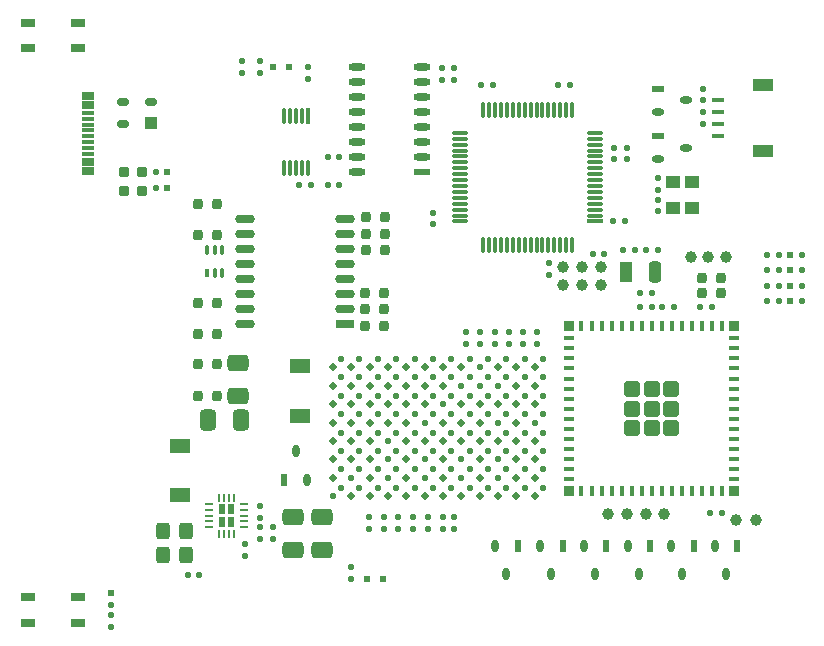
<source format=gtp>
G04*
G04 #@! TF.GenerationSoftware,Altium Limited,Altium Designer,23.3.1 (30)*
G04*
G04 Layer_Color=8421504*
%FSLAX44Y44*%
%MOMM*%
G71*
G04*
G04 #@! TF.SameCoordinates,251BAFB9-E827-4C36-8F0F-43BA4AAE9409*
G04*
G04*
G04 #@! TF.FilePolarity,Positive*
G04*
G01*
G75*
%ADD21R,0.6000X0.9000*%
%ADD22R,0.2000X0.7000*%
%ADD23R,0.5000X0.5000*%
G04:AMPARAMS|DCode=24|XSize=0.5mm|YSize=0.5mm|CornerRadius=0.125mm|HoleSize=0mm|Usage=FLASHONLY|Rotation=270.000|XOffset=0mm|YOffset=0mm|HoleType=Round|Shape=RoundedRectangle|*
%AMROUNDEDRECTD24*
21,1,0.5000,0.2500,0,0,270.0*
21,1,0.2500,0.5000,0,0,270.0*
1,1,0.2500,-0.1250,-0.1250*
1,1,0.2500,-0.1250,0.1250*
1,1,0.2500,0.1250,0.1250*
1,1,0.2500,0.1250,-0.1250*
%
%ADD24ROUNDEDRECTD24*%
%ADD25C,1.0000*%
G04:AMPARAMS|DCode=26|XSize=1.2mm|YSize=0.65mm|CornerRadius=0.0325mm|HoleSize=0mm|Usage=FLASHONLY|Rotation=180.000|XOffset=0mm|YOffset=0mm|HoleType=Round|Shape=RoundedRectangle|*
%AMROUNDEDRECTD26*
21,1,1.2000,0.5850,0,0,180.0*
21,1,1.1350,0.6500,0,0,180.0*
1,1,0.0650,-0.5675,0.2925*
1,1,0.0650,0.5675,0.2925*
1,1,0.0650,0.5675,-0.2925*
1,1,0.0650,-0.5675,-0.2925*
%
%ADD26ROUNDEDRECTD26*%
G04:AMPARAMS|DCode=27|XSize=0.4mm|YSize=0.85mm|CornerRadius=0.08mm|HoleSize=0mm|Usage=FLASHONLY|Rotation=0.000|XOffset=0mm|YOffset=0mm|HoleType=Round|Shape=RoundedRectangle|*
%AMROUNDEDRECTD27*
21,1,0.4000,0.6900,0,0,0.0*
21,1,0.2400,0.8500,0,0,0.0*
1,1,0.1600,0.1200,-0.3450*
1,1,0.1600,-0.1200,-0.3450*
1,1,0.1600,-0.1200,0.3450*
1,1,0.1600,0.1200,0.3450*
%
%ADD27ROUNDEDRECTD27*%
G04:AMPARAMS|DCode=28|XSize=0.5mm|YSize=0.5mm|CornerRadius=0.125mm|HoleSize=0mm|Usage=FLASHONLY|Rotation=0.000|XOffset=0mm|YOffset=0mm|HoleType=Round|Shape=RoundedRectangle|*
%AMROUNDEDRECTD28*
21,1,0.5000,0.2500,0,0,0.0*
21,1,0.2500,0.5000,0,0,0.0*
1,1,0.2500,0.1250,-0.1250*
1,1,0.2500,-0.1250,-0.1250*
1,1,0.2500,-0.1250,0.1250*
1,1,0.2500,0.1250,0.1250*
%
%ADD28ROUNDEDRECTD28*%
%ADD29O,1.4500X0.6000*%
G04:AMPARAMS|DCode=30|XSize=0.8mm|YSize=0.9mm|CornerRadius=0.2mm|HoleSize=0mm|Usage=FLASHONLY|Rotation=90.000|XOffset=0mm|YOffset=0mm|HoleType=Round|Shape=RoundedRectangle|*
%AMROUNDEDRECTD30*
21,1,0.8000,0.5000,0,0,90.0*
21,1,0.4000,0.9000,0,0,90.0*
1,1,0.4000,0.2500,0.2000*
1,1,0.4000,0.2500,-0.2000*
1,1,0.4000,-0.2500,-0.2000*
1,1,0.4000,-0.2500,0.2000*
%
%ADD30ROUNDEDRECTD30*%
G04:AMPARAMS|DCode=31|XSize=0.8mm|YSize=0.9mm|CornerRadius=0.2mm|HoleSize=0mm|Usage=FLASHONLY|Rotation=0.000|XOffset=0mm|YOffset=0mm|HoleType=Round|Shape=RoundedRectangle|*
%AMROUNDEDRECTD31*
21,1,0.8000,0.5000,0,0,0.0*
21,1,0.4000,0.9000,0,0,0.0*
1,1,0.4000,0.2000,-0.2500*
1,1,0.4000,-0.2000,-0.2500*
1,1,0.4000,-0.2000,0.2500*
1,1,0.4000,0.2000,0.2500*
%
%ADD31ROUNDEDRECTD31*%
G04:AMPARAMS|DCode=32|XSize=0.6mm|YSize=1.08mm|CornerRadius=0.06mm|HoleSize=0mm|Usage=FLASHONLY|Rotation=270.000|XOffset=0mm|YOffset=0mm|HoleType=Round|Shape=RoundedRectangle|*
%AMROUNDEDRECTD32*
21,1,0.6000,0.9600,0,0,270.0*
21,1,0.4800,1.0800,0,0,270.0*
1,1,0.1200,-0.4800,-0.2400*
1,1,0.1200,-0.4800,0.2400*
1,1,0.1200,0.4800,0.2400*
1,1,0.1200,0.4800,-0.2400*
%
%ADD32ROUNDEDRECTD32*%
G04:AMPARAMS|DCode=33|XSize=0.3mm|YSize=1.08mm|CornerRadius=0.03mm|HoleSize=0mm|Usage=FLASHONLY|Rotation=90.000|XOffset=0mm|YOffset=0mm|HoleType=Round|Shape=RoundedRectangle|*
%AMROUNDEDRECTD33*
21,1,0.3000,1.0200,0,0,90.0*
21,1,0.2400,1.0800,0,0,90.0*
1,1,0.0600,0.5100,0.1200*
1,1,0.0600,0.5100,-0.1200*
1,1,0.0600,-0.5100,-0.1200*
1,1,0.0600,-0.5100,0.1200*
%
%ADD33ROUNDEDRECTD33*%
G04:AMPARAMS|DCode=34|XSize=1.4mm|YSize=1.8mm|CornerRadius=0.35mm|HoleSize=0mm|Usage=FLASHONLY|Rotation=90.000|XOffset=0mm|YOffset=0mm|HoleType=Round|Shape=RoundedRectangle|*
%AMROUNDEDRECTD34*
21,1,1.4000,1.1000,0,0,90.0*
21,1,0.7000,1.8000,0,0,90.0*
1,1,0.7000,0.5500,0.3500*
1,1,0.7000,0.5500,-0.3500*
1,1,0.7000,-0.5500,-0.3500*
1,1,0.7000,-0.5500,0.3500*
%
%ADD34ROUNDEDRECTD34*%
G04:AMPARAMS|DCode=35|XSize=0.5mm|YSize=0.5mm|CornerRadius=0.125mm|HoleSize=0mm|Usage=FLASHONLY|Rotation=45.000|XOffset=0mm|YOffset=0mm|HoleType=Round|Shape=RoundedRectangle|*
%AMROUNDEDRECTD35*
21,1,0.5000,0.2500,0,0,45.0*
21,1,0.2500,0.5000,0,0,45.0*
1,1,0.2500,0.1768,0.0000*
1,1,0.2500,0.0000,-0.1768*
1,1,0.2500,-0.1768,0.0000*
1,1,0.2500,0.0000,0.1768*
%
%ADD35ROUNDEDRECTD35*%
%ADD36P,0.7071X4X90.0*%
%ADD37O,0.6000X1.1000*%
%ADD38R,0.6000X1.1000*%
%ADD39R,0.3000X1.4500*%
%ADD40O,0.3000X1.4500*%
G04:AMPARAMS|DCode=41|XSize=1.4mm|YSize=1.8mm|CornerRadius=0.35mm|HoleSize=0mm|Usage=FLASHONLY|Rotation=180.000|XOffset=0mm|YOffset=0mm|HoleType=Round|Shape=RoundedRectangle|*
%AMROUNDEDRECTD41*
21,1,1.4000,1.1000,0,0,180.0*
21,1,0.7000,1.8000,0,0,180.0*
1,1,0.7000,-0.3500,0.5500*
1,1,0.7000,0.3500,0.5500*
1,1,0.7000,0.3500,-0.5500*
1,1,0.7000,-0.3500,-0.5500*
%
%ADD41ROUNDEDRECTD41*%
%ADD42R,0.5000X0.6000*%
%ADD43R,0.5000X0.5000*%
%ADD44R,1.7600X1.3000*%
%ADD45O,1.6500X0.7600*%
%ADD46R,1.6500X0.7600*%
%ADD47O,0.4000X0.8000*%
%ADD48R,0.4000X0.8000*%
%ADD49R,1.4500X0.6000*%
G04:AMPARAMS|DCode=50|XSize=0.9mm|YSize=0.8mm|CornerRadius=0.2mm|HoleSize=0mm|Usage=FLASHONLY|Rotation=90.000|XOffset=0mm|YOffset=0mm|HoleType=Round|Shape=RoundedRectangle|*
%AMROUNDEDRECTD50*
21,1,0.9000,0.4000,0,0,90.0*
21,1,0.5000,0.8000,0,0,90.0*
1,1,0.4000,0.2000,0.2500*
1,1,0.4000,0.2000,-0.2500*
1,1,0.4000,-0.2000,-0.2500*
1,1,0.4000,-0.2000,0.2500*
%
%ADD50ROUNDEDRECTD50*%
G04:AMPARAMS|DCode=51|XSize=1.3mm|YSize=1.3mm|CornerRadius=0.13mm|HoleSize=0mm|Usage=FLASHONLY|Rotation=180.000|XOffset=0mm|YOffset=0mm|HoleType=Round|Shape=RoundedRectangle|*
%AMROUNDEDRECTD51*
21,1,1.3000,1.0400,0,0,180.0*
21,1,1.0400,1.3000,0,0,180.0*
1,1,0.2600,-0.5200,0.5200*
1,1,0.2600,0.5200,0.5200*
1,1,0.2600,0.5200,-0.5200*
1,1,0.2600,-0.5200,-0.5200*
%
%ADD51ROUNDEDRECTD51*%
%ADD52R,0.4000X0.8500*%
%ADD53R,0.8500X0.8500*%
G04:AMPARAMS|DCode=54|XSize=0.4mm|YSize=0.85mm|CornerRadius=0.08mm|HoleSize=0mm|Usage=FLASHONLY|Rotation=90.000|XOffset=0mm|YOffset=0mm|HoleType=Round|Shape=RoundedRectangle|*
%AMROUNDEDRECTD54*
21,1,0.4000,0.6900,0,0,90.0*
21,1,0.2400,0.8500,0,0,90.0*
1,1,0.1600,0.3450,0.1200*
1,1,0.1600,0.3450,-0.1200*
1,1,0.1600,-0.3450,-0.1200*
1,1,0.1600,-0.3450,0.1200*
%
%ADD54ROUNDEDRECTD54*%
G04:AMPARAMS|DCode=55|XSize=1.2mm|YSize=1.4mm|CornerRadius=0.3mm|HoleSize=0mm|Usage=FLASHONLY|Rotation=0.000|XOffset=0mm|YOffset=0mm|HoleType=Round|Shape=RoundedRectangle|*
%AMROUNDEDRECTD55*
21,1,1.2000,0.8000,0,0,0.0*
21,1,0.6000,1.4000,0,0,0.0*
1,1,0.6000,0.3000,-0.4000*
1,1,0.6000,-0.3000,-0.4000*
1,1,0.6000,-0.3000,0.4000*
1,1,0.6000,0.3000,0.4000*
%
%ADD55ROUNDEDRECTD55*%
%ADD56O,1.1000X0.6000*%
%ADD57R,1.1000X0.6000*%
%ADD58R,1.0000X1.0500*%
G04:AMPARAMS|DCode=59|XSize=0.65mm|YSize=1mm|CornerRadius=0.1625mm|HoleSize=0mm|Usage=FLASHONLY|Rotation=270.000|XOffset=0mm|YOffset=0mm|HoleType=Round|Shape=RoundedRectangle|*
%AMROUNDEDRECTD59*
21,1,0.6500,0.6750,0,0,270.0*
21,1,0.3250,1.0000,0,0,270.0*
1,1,0.3250,-0.3375,-0.1625*
1,1,0.3250,-0.3375,0.1625*
1,1,0.3250,0.3375,0.1625*
1,1,0.3250,0.3375,-0.1625*
%
%ADD59ROUNDEDRECTD59*%
%ADD60O,1.4500X0.3000*%
%ADD61R,1.4500X0.3000*%
%ADD62R,1.2000X1.1000*%
G04:AMPARAMS|DCode=63|XSize=1mm|YSize=1.8mm|CornerRadius=0.25mm|HoleSize=0mm|Usage=FLASHONLY|Rotation=0.000|XOffset=0mm|YOffset=0mm|HoleType=Round|Shape=RoundedRectangle|*
%AMROUNDEDRECTD63*
21,1,1.0000,1.3000,0,0,0.0*
21,1,0.5000,1.8000,0,0,0.0*
1,1,0.5000,0.2500,-0.6500*
1,1,0.5000,-0.2500,-0.6500*
1,1,0.5000,-0.2500,0.6500*
1,1,0.5000,0.2500,0.6500*
%
%ADD63ROUNDEDRECTD63*%
%ADD64R,1.0000X1.8000*%
G04:AMPARAMS|DCode=65|XSize=1.1mm|YSize=0.4mm|CornerRadius=0.14mm|HoleSize=0mm|Usage=FLASHONLY|Rotation=180.000|XOffset=0mm|YOffset=0mm|HoleType=Round|Shape=RoundedRectangle|*
%AMROUNDEDRECTD65*
21,1,1.1000,0.1200,0,0,180.0*
21,1,0.8200,0.4000,0,0,180.0*
1,1,0.2800,-0.4100,0.0600*
1,1,0.2800,0.4100,0.0600*
1,1,0.2800,0.4100,-0.0600*
1,1,0.2800,-0.4100,-0.0600*
%
%ADD65ROUNDEDRECTD65*%
G04:AMPARAMS|DCode=66|XSize=1.7mm|YSize=1mm|CornerRadius=0.075mm|HoleSize=0mm|Usage=FLASHONLY|Rotation=180.000|XOffset=0mm|YOffset=0mm|HoleType=Round|Shape=RoundedRectangle|*
%AMROUNDEDRECTD66*
21,1,1.7000,0.8500,0,0,180.0*
21,1,1.5500,1.0000,0,0,180.0*
1,1,0.1500,-0.7750,0.4250*
1,1,0.1500,0.7750,0.4250*
1,1,0.1500,0.7750,-0.4250*
1,1,0.1500,-0.7750,-0.4250*
%
%ADD66ROUNDEDRECTD66*%
%ADD67R,1.1000X0.4000*%
%ADD68O,0.8000X0.2000*%
%ADD69R,0.8000X0.2000*%
D21*
X688001Y608999D02*
D03*
X696000Y609001D02*
D03*
X687999Y598001D02*
D03*
X695999Y598000D02*
D03*
D22*
X697999Y588250D02*
D03*
X694000Y588250D02*
D03*
X686001Y588249D02*
D03*
X690001Y588250D02*
D03*
X686001Y618749D02*
D03*
X690001Y618749D02*
D03*
X697999Y618750D02*
D03*
X694001Y618749D02*
D03*
D23*
X594000Y538000D02*
D03*
D24*
Y528000D02*
D03*
Y509000D02*
D03*
Y519000D02*
D03*
X895000Y759000D02*
D03*
X895000Y749000D02*
D03*
X964691Y817309D02*
D03*
Y807309D02*
D03*
X761000Y983000D02*
D03*
Y973000D02*
D03*
X874000Y982000D02*
D03*
Y972000D02*
D03*
X885000Y982000D02*
D03*
Y972000D02*
D03*
X708000Y569500D02*
D03*
Y579500D02*
D03*
X731000Y583500D02*
D03*
Y593500D02*
D03*
X720000Y988000D02*
D03*
Y978000D02*
D03*
X705000Y988000D02*
D03*
Y978000D02*
D03*
X797500Y560000D02*
D03*
Y550000D02*
D03*
X720000Y583500D02*
D03*
Y593500D02*
D03*
Y601500D02*
D03*
Y611500D02*
D03*
X955000Y749000D02*
D03*
X955000Y759000D02*
D03*
X919000Y749000D02*
D03*
X919000Y759000D02*
D03*
X907000Y749000D02*
D03*
X907000Y759000D02*
D03*
X931000Y749000D02*
D03*
X931000Y759000D02*
D03*
X943000Y749000D02*
D03*
X943000Y759000D02*
D03*
X812500Y602500D02*
D03*
X812500Y592500D02*
D03*
X825000Y602500D02*
D03*
X825000Y592500D02*
D03*
X862500Y602500D02*
D03*
Y592500D02*
D03*
X850000Y602500D02*
D03*
X850000Y592500D02*
D03*
X1095000Y945000D02*
D03*
Y935000D02*
D03*
Y955000D02*
D03*
Y965000D02*
D03*
X837500Y602500D02*
D03*
X837500Y592500D02*
D03*
X1031000Y915000D02*
D03*
Y905000D02*
D03*
X1057000Y871000D02*
D03*
Y861000D02*
D03*
Y889000D02*
D03*
Y879000D02*
D03*
X1020000Y915000D02*
D03*
Y905000D02*
D03*
X867000Y860000D02*
D03*
Y850000D02*
D03*
D25*
X1140000Y600000D02*
D03*
X1123000D02*
D03*
X1062000Y605000D02*
D03*
X1047000D02*
D03*
X1031000D02*
D03*
X1015000D02*
D03*
X977000Y799000D02*
D03*
Y814000D02*
D03*
X993000Y799000D02*
D03*
Y814000D02*
D03*
X1009000Y799000D02*
D03*
Y814000D02*
D03*
X1100000Y822000D02*
D03*
X1115000D02*
D03*
X1085000D02*
D03*
D26*
X523500Y512750D02*
D03*
Y534250D02*
D03*
X566500Y512750D02*
D03*
Y534250D02*
D03*
X523500Y999250D02*
D03*
Y1020750D02*
D03*
X566500Y999250D02*
D03*
Y1020750D02*
D03*
D27*
X1060500Y624000D02*
D03*
X1069000D02*
D03*
X1111500D02*
D03*
X1103000Y764000D02*
D03*
X1094500D02*
D03*
X1077500Y764000D02*
D03*
X1086000Y764000D02*
D03*
X1069000D02*
D03*
X1060500D02*
D03*
X1052000D02*
D03*
X1043500D02*
D03*
X1035000D02*
D03*
X1026500D02*
D03*
X1018000Y764000D02*
D03*
X1103000Y624000D02*
D03*
X1094500D02*
D03*
X1077500D02*
D03*
X1086000Y624000D02*
D03*
X1052000D02*
D03*
X1043500Y624000D02*
D03*
X1035000Y624000D02*
D03*
X1026500Y624000D02*
D03*
X1018000Y624000D02*
D03*
X1009500Y764000D02*
D03*
X1001000Y764000D02*
D03*
X992500Y764000D02*
D03*
X1009500Y624000D02*
D03*
X1001000D02*
D03*
X992500D02*
D03*
D28*
X885000Y602500D02*
D03*
Y592000D02*
D03*
X1111500Y606000D02*
D03*
X875000Y602500D02*
D03*
Y592000D02*
D03*
X1029000Y852500D02*
D03*
X1019000D02*
D03*
X669000Y553500D02*
D03*
X659000D02*
D03*
X1160000Y798000D02*
D03*
X1150000D02*
D03*
X1052000Y792000D02*
D03*
X1042000D02*
D03*
X1052000Y780000D02*
D03*
X1042000D02*
D03*
X1070500D02*
D03*
X1060500D02*
D03*
X1160000Y824000D02*
D03*
X1150000D02*
D03*
X1160000Y811000D02*
D03*
X1150000D02*
D03*
X1160000Y785000D02*
D03*
X1150000D02*
D03*
X753500Y883000D02*
D03*
X763500D02*
D03*
X1179000Y824000D02*
D03*
Y811000D02*
D03*
Y798000D02*
D03*
Y785000D02*
D03*
X777500Y883000D02*
D03*
X787500D02*
D03*
X777500Y907000D02*
D03*
X787500D02*
D03*
X1103000Y780000D02*
D03*
X1093000D02*
D03*
X1101500Y606000D02*
D03*
X632000Y894000D02*
D03*
Y881000D02*
D03*
X982500Y967750D02*
D03*
X972500D02*
D03*
X1057000Y828000D02*
D03*
X1047000D02*
D03*
X1038000D02*
D03*
X1028000D02*
D03*
X917500Y967750D02*
D03*
X907500D02*
D03*
X1002000Y825000D02*
D03*
X1012000D02*
D03*
D29*
X857250Y970750D02*
D03*
X857250Y983450D02*
D03*
X857250Y907250D02*
D03*
X857250Y919950D02*
D03*
Y932650D02*
D03*
Y945350D02*
D03*
Y958050D02*
D03*
X802750Y894550D02*
D03*
Y907250D02*
D03*
Y919950D02*
D03*
Y932650D02*
D03*
Y945350D02*
D03*
Y958050D02*
D03*
Y970750D02*
D03*
Y983450D02*
D03*
D30*
X620000Y878000D02*
D03*
Y894000D02*
D03*
X605000Y878000D02*
D03*
Y894000D02*
D03*
D31*
X668000Y867500D02*
D03*
X684000D02*
D03*
X810000Y842000D02*
D03*
X826000D02*
D03*
X809000Y778000D02*
D03*
X825000D02*
D03*
X1094500Y792000D02*
D03*
X1110500D02*
D03*
X684000Y841000D02*
D03*
X668000D02*
D03*
X684000Y731500D02*
D03*
X668000D02*
D03*
X810000Y828000D02*
D03*
X826000D02*
D03*
X810000Y856000D02*
D03*
X826000D02*
D03*
X825000Y764000D02*
D03*
X809000D02*
D03*
X825000Y792000D02*
D03*
X809000D02*
D03*
X684000Y783500D02*
D03*
X668000D02*
D03*
X668000Y757500D02*
D03*
X684000D02*
D03*
X668000Y704500D02*
D03*
X684000D02*
D03*
D32*
X574500Y895000D02*
D03*
Y959000D02*
D03*
Y951000D02*
D03*
Y903000D02*
D03*
D33*
Y944500D02*
D03*
Y939500D02*
D03*
Y934500D02*
D03*
Y929500D02*
D03*
Y924500D02*
D03*
Y919500D02*
D03*
Y914500D02*
D03*
Y909500D02*
D03*
D34*
X772500Y602500D02*
D03*
Y574500D02*
D03*
X748000Y602500D02*
D03*
X748000Y574500D02*
D03*
X701750Y732500D02*
D03*
Y704500D02*
D03*
D35*
X789000Y704887D02*
D03*
X804556Y720444D02*
D03*
X866781Y627105D02*
D03*
X851225Y627105D02*
D03*
X835668Y627105D02*
D03*
X960119Y658217D02*
D03*
X820112Y627105D02*
D03*
X944562Y658217D02*
D03*
X804556Y627105D02*
D03*
X921935Y651146D02*
D03*
X929006Y658217D02*
D03*
X897894Y673774D02*
D03*
X781929Y620034D02*
D03*
X789000Y627105D02*
D03*
X913450Y658217D02*
D03*
X882338Y673774D02*
D03*
X960118Y642661D02*
D03*
X890823Y651146D02*
D03*
X897894Y658217D02*
D03*
X866781Y673774D02*
D03*
X859710Y682260D02*
D03*
X866781Y689331D02*
D03*
X944562Y642661D02*
D03*
X882337Y658218D02*
D03*
X851225Y673774D02*
D03*
X851225Y689331D02*
D03*
X921935Y635590D02*
D03*
X929006Y642661D02*
D03*
X859710Y651147D02*
D03*
X866781Y658218D02*
D03*
X828598Y666703D02*
D03*
X835669Y673774D02*
D03*
X835669Y689331D02*
D03*
X866782Y704887D02*
D03*
X913450Y642661D02*
D03*
X851225Y658218D02*
D03*
X820113Y673774D02*
D03*
X820113Y689331D02*
D03*
X851225Y704887D02*
D03*
X890823Y635590D02*
D03*
X897894Y642661D02*
D03*
X828598Y651147D02*
D03*
X835669Y658218D02*
D03*
X804556Y673774D02*
D03*
Y689331D02*
D03*
X835669Y704887D02*
D03*
X890823Y713372D02*
D03*
X897894Y720443D02*
D03*
X882337Y642661D02*
D03*
X820113Y658218D02*
D03*
X789000Y673774D02*
D03*
X789000Y689331D02*
D03*
X820113Y704887D02*
D03*
X882338Y720443D02*
D03*
X960118Y627104D02*
D03*
X859710Y635590D02*
D03*
X866781Y642661D02*
D03*
X804556Y658218D02*
D03*
X953048Y682259D02*
D03*
X960119Y689330D02*
D03*
X960119Y704886D02*
D03*
X804556Y704887D02*
D03*
X866782Y720443D02*
D03*
X960119Y735999D02*
D03*
X944562Y627104D02*
D03*
X851225Y642661D02*
D03*
X789000Y658218D02*
D03*
X944563Y689330D02*
D03*
X944563Y704886D02*
D03*
X851225Y720444D02*
D03*
X944563Y735999D02*
D03*
X929006Y627104D02*
D03*
X828597Y635590D02*
D03*
X835669Y642661D02*
D03*
X960119Y673773D02*
D03*
X921935Y682259D02*
D03*
X929006Y689330D02*
D03*
X929007Y704887D02*
D03*
X960119Y720443D02*
D03*
X835669Y720444D02*
D03*
X929007Y736000D02*
D03*
X866782Y736000D02*
D03*
X913450Y627104D02*
D03*
X820112Y642662D02*
D03*
X944563Y673774D02*
D03*
X913450Y689330D02*
D03*
X913450Y704887D02*
D03*
X944563Y720443D02*
D03*
X820113Y720444D02*
D03*
X906379Y728929D02*
D03*
X913450Y736000D02*
D03*
X851225Y736000D02*
D03*
X897893Y627104D02*
D03*
X797485Y635591D02*
D03*
X804556Y642662D02*
D03*
X929006Y673774D02*
D03*
X897894Y689330D02*
D03*
X897894Y704887D02*
D03*
X921936Y713372D02*
D03*
X929007Y720443D02*
D03*
X882337Y627105D02*
D03*
X789000Y642662D02*
D03*
X913450Y673774D02*
D03*
X882338Y689331D02*
D03*
X875267Y697816D02*
D03*
X882338Y704887D02*
D03*
X906379Y713372D02*
D03*
X913450Y720443D02*
D03*
X897894Y736000D02*
D03*
X835669Y736000D02*
D03*
X804556D02*
D03*
X789000Y720444D02*
D03*
X882338Y736000D02*
D03*
X820113Y736000D02*
D03*
X789000D02*
D03*
D36*
X781929Y697816D02*
D03*
X797485Y713373D02*
D03*
X859710Y620034D02*
D03*
X844154Y620034D02*
D03*
X828597Y620034D02*
D03*
X953048Y651146D02*
D03*
X813041Y620034D02*
D03*
X937491Y651146D02*
D03*
X797485Y620034D02*
D03*
X890823Y666703D02*
D03*
X906379Y651146D02*
D03*
X875266Y666703D02*
D03*
X953047Y635589D02*
D03*
X859710Y666703D02*
D03*
X937491Y635589D02*
D03*
X875266Y651146D02*
D03*
X844154Y666703D02*
D03*
X844154Y682260D02*
D03*
X828598Y682260D02*
D03*
X859710Y697816D02*
D03*
X906379Y635590D02*
D03*
X844154Y651147D02*
D03*
X813042Y666703D02*
D03*
X813042Y682260D02*
D03*
X844154Y697816D02*
D03*
X797485Y666703D02*
D03*
X797485Y682260D02*
D03*
X828598Y697816D02*
D03*
X875266Y635590D02*
D03*
X813041Y651147D02*
D03*
X781929Y666703D02*
D03*
X781929Y682260D02*
D03*
X813042Y697816D02*
D03*
X875267Y713372D02*
D03*
X953047Y620033D02*
D03*
X797485Y651147D02*
D03*
X953048Y697815D02*
D03*
X797485Y697816D02*
D03*
X859711Y713372D02*
D03*
X953048Y728928D02*
D03*
X937491Y620033D02*
D03*
X844154Y635590D02*
D03*
X781929Y651147D02*
D03*
X937492Y682259D02*
D03*
X937492Y697815D02*
D03*
X844154Y713372D02*
D03*
X937492Y728928D02*
D03*
X921935Y620033D02*
D03*
X953048Y666702D02*
D03*
X921935Y697816D02*
D03*
X953048Y713372D02*
D03*
X828598Y713372D02*
D03*
X921936Y728929D02*
D03*
X859711Y728929D02*
D03*
X906379Y620033D02*
D03*
X813041Y635590D02*
D03*
X937492Y666702D02*
D03*
X906379Y682259D02*
D03*
X906379Y697816D02*
D03*
X937492Y713372D02*
D03*
X813042Y713373D02*
D03*
X844154Y728929D02*
D03*
X890822Y620033D02*
D03*
X921935Y666703D02*
D03*
X890823Y682259D02*
D03*
X890823Y697816D02*
D03*
X875266Y620033D02*
D03*
X781929Y635591D02*
D03*
X906379Y666703D02*
D03*
X875267Y682259D02*
D03*
X890823Y728929D02*
D03*
X828598Y728929D02*
D03*
X797485Y728929D02*
D03*
X781929Y713372D02*
D03*
X875267Y728929D02*
D03*
X813042Y728929D02*
D03*
X781929Y728929D02*
D03*
D37*
X750500Y658000D02*
D03*
X760000Y634000D02*
D03*
X929000Y554000D02*
D03*
X919500Y578000D02*
D03*
X967000Y554000D02*
D03*
X957500Y578000D02*
D03*
X1004000Y554000D02*
D03*
X994500Y578000D02*
D03*
X1041000Y554000D02*
D03*
X1031500Y578000D02*
D03*
X1078000Y554000D02*
D03*
X1068500Y578000D02*
D03*
X1115000Y554000D02*
D03*
X1105500Y578000D02*
D03*
D38*
X741000Y634000D02*
D03*
X938500Y578000D02*
D03*
X976500D02*
D03*
X1013500D02*
D03*
X1050500Y578000D02*
D03*
X1087500Y578000D02*
D03*
X1124500Y578000D02*
D03*
D39*
X761000Y942000D02*
D03*
D40*
X756000D02*
D03*
X751000D02*
D03*
X746000D02*
D03*
X741000D02*
D03*
X761000Y898000D02*
D03*
X756000D02*
D03*
X751000D02*
D03*
X746000D02*
D03*
X741000D02*
D03*
X984500Y832750D02*
D03*
X979500D02*
D03*
X974500D02*
D03*
X969500D02*
D03*
X964500Y832750D02*
D03*
X959500D02*
D03*
X954500Y832750D02*
D03*
X949500D02*
D03*
X944500D02*
D03*
X939500D02*
D03*
X934500Y832750D02*
D03*
X929500D02*
D03*
X924500Y832750D02*
D03*
X919500D02*
D03*
X914500D02*
D03*
X909500D02*
D03*
Y947250D02*
D03*
X914500D02*
D03*
X919500D02*
D03*
X924500D02*
D03*
X929500Y947250D02*
D03*
X934500D02*
D03*
X939500Y947250D02*
D03*
X944500D02*
D03*
X949500D02*
D03*
X954500D02*
D03*
X959500Y947250D02*
D03*
X964500D02*
D03*
X969500Y947250D02*
D03*
X974500D02*
D03*
X979500D02*
D03*
X984500D02*
D03*
D41*
X704000Y684500D02*
D03*
X676000D02*
D03*
D42*
X810500Y550000D02*
D03*
X824500D02*
D03*
X745000Y983000D02*
D03*
X731000D02*
D03*
D43*
X1169000Y824000D02*
D03*
Y811000D02*
D03*
Y798000D02*
D03*
Y785000D02*
D03*
X642000Y894000D02*
D03*
Y881000D02*
D03*
D44*
X754000Y688000D02*
D03*
Y730000D02*
D03*
X653000Y662500D02*
D03*
Y620500D02*
D03*
D45*
X792550Y854450D02*
D03*
Y841750D02*
D03*
Y829050D02*
D03*
Y816350D02*
D03*
Y803650D02*
D03*
Y790950D02*
D03*
Y778250D02*
D03*
X707450Y765550D02*
D03*
Y778250D02*
D03*
Y790950D02*
D03*
Y803650D02*
D03*
Y816350D02*
D03*
Y829050D02*
D03*
Y841750D02*
D03*
Y854450D02*
D03*
D46*
X792550Y765550D02*
D03*
D47*
X688500Y828500D02*
D03*
X682000D02*
D03*
X675500D02*
D03*
X688500Y808500D02*
D03*
X682000D02*
D03*
D48*
X675500D02*
D03*
D49*
X857250Y894550D02*
D03*
D50*
X1094500Y805000D02*
D03*
X1110500D02*
D03*
D51*
X1035500Y710500D02*
D03*
X1052000D02*
D03*
X1068500Y710500D02*
D03*
Y694000D02*
D03*
X1052000D02*
D03*
X1035500D02*
D03*
X1035500Y677500D02*
D03*
X1052000Y677500D02*
D03*
X1068500Y677500D02*
D03*
D52*
X1111500Y764000D02*
D03*
D53*
X1122000D02*
D03*
Y624000D02*
D03*
X982000Y764000D02*
D03*
X982000Y624000D02*
D03*
D54*
X1122000Y753500D02*
D03*
Y745000D02*
D03*
Y736500D02*
D03*
Y719500D02*
D03*
Y728000D02*
D03*
Y711000D02*
D03*
Y702500D02*
D03*
Y694000D02*
D03*
X1122000Y677000D02*
D03*
X1122000Y685500D02*
D03*
Y668500D02*
D03*
Y660000D02*
D03*
Y651500D02*
D03*
Y634500D02*
D03*
Y643000D02*
D03*
X982000Y753500D02*
D03*
X982000Y745000D02*
D03*
Y736500D02*
D03*
X982000Y719500D02*
D03*
X982000Y728000D02*
D03*
Y711000D02*
D03*
X982000Y702500D02*
D03*
X982000Y694000D02*
D03*
Y677000D02*
D03*
X982000Y685500D02*
D03*
X982000Y668500D02*
D03*
Y660000D02*
D03*
X982000Y651500D02*
D03*
X982000Y634500D02*
D03*
Y643000D02*
D03*
D55*
X638002Y570451D02*
D03*
X658001D02*
D03*
X638002Y590451D02*
D03*
X658001D02*
D03*
D56*
X1081000Y915000D02*
D03*
X1057000Y905500D02*
D03*
X1081000Y955000D02*
D03*
X1057000Y945500D02*
D03*
D57*
Y924500D02*
D03*
Y964500D02*
D03*
D58*
X628000Y936000D02*
D03*
D59*
Y954000D02*
D03*
X604000D02*
D03*
Y935000D02*
D03*
D60*
X889750Y852500D02*
D03*
Y857500D02*
D03*
Y862500D02*
D03*
Y867500D02*
D03*
X889750Y872500D02*
D03*
Y877500D02*
D03*
X889750Y882500D02*
D03*
Y887500D02*
D03*
Y892500D02*
D03*
Y897500D02*
D03*
X889750Y902500D02*
D03*
Y907500D02*
D03*
X889750Y912500D02*
D03*
Y917500D02*
D03*
Y922500D02*
D03*
Y927500D02*
D03*
X1004250D02*
D03*
Y922500D02*
D03*
Y917500D02*
D03*
Y912500D02*
D03*
X1004250Y907500D02*
D03*
Y902500D02*
D03*
X1004250Y897500D02*
D03*
Y892500D02*
D03*
Y887500D02*
D03*
Y882500D02*
D03*
X1004250Y877500D02*
D03*
Y872500D02*
D03*
X1004250Y867500D02*
D03*
Y862500D02*
D03*
Y857500D02*
D03*
D61*
Y852500D02*
D03*
D62*
X1070250Y864250D02*
D03*
X1070250Y885750D02*
D03*
X1085750D02*
D03*
X1085750Y864250D02*
D03*
D63*
X1055000Y810000D02*
D03*
D64*
X1030000Y810000D02*
D03*
D65*
X1108000Y955000D02*
D03*
X1108000Y945000D02*
D03*
Y935000D02*
D03*
D66*
X1146500Y912000D02*
D03*
Y968000D02*
D03*
D67*
X1108000Y925000D02*
D03*
D68*
X706750Y603500D02*
D03*
Y598500D02*
D03*
Y608500D02*
D03*
Y613500D02*
D03*
Y593500D02*
D03*
X677250Y603500D02*
D03*
Y608500D02*
D03*
Y598500D02*
D03*
Y593500D02*
D03*
D69*
Y613500D02*
D03*
M02*

</source>
